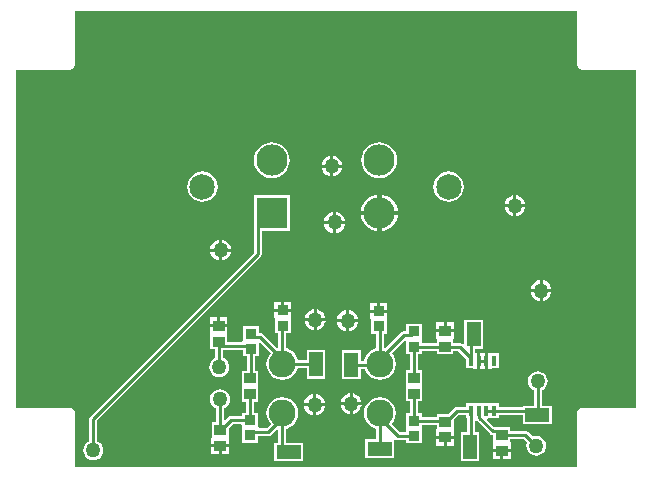
<source format=gbr>
%TF.GenerationSoftware,Altium Limited,Altium Designer,19.0.10 (269)*%
G04 Layer_Physical_Order=2*
G04 Layer_Color=16711680*
%FSLAX26Y26*%
%MOIN*%
%TF.FileFunction,Copper,L2,Bot,Signal*%
%TF.Part,Single*%
G01*
G75*
%TA.AperFunction,SMDPad,CuDef*%
%ADD10R,0.080709X0.045276*%
%ADD12R,0.016535X0.035000*%
%TA.AperFunction,Conductor*%
%ADD13C,0.010000*%
%TA.AperFunction,ComponentPad*%
%ADD14C,0.090000*%
%ADD15C,0.103937*%
%ADD16C,0.085039*%
%ADD17R,0.103937X0.103937*%
%TA.AperFunction,ViaPad*%
%ADD18C,0.050000*%
%TA.AperFunction,SMDPad,CuDef*%
%ADD19R,0.045276X0.080709*%
%ADD20R,0.037402X0.033465*%
%ADD21R,0.039370X0.035433*%
G36*
X1887857Y1353150D02*
X1889021Y1347298D01*
X1892336Y1342336D01*
X1897298Y1339021D01*
X1903150Y1337857D01*
X2084707D01*
Y212144D01*
X1903150D01*
X1897297Y210980D01*
X1892336Y207664D01*
X1889020Y202703D01*
X1887856Y196850D01*
Y15293D01*
X212144D01*
Y196850D01*
X210980Y202703D01*
X207664Y207664D01*
X202703Y210980D01*
X196850Y212144D01*
X15293D01*
Y1337856D01*
X196850D01*
X202703Y1339020D01*
X207664Y1342336D01*
X210980Y1347297D01*
X212144Y1353150D01*
Y1534707D01*
X1887857D01*
Y1353150D01*
D02*
G37*
%LPC*%
G36*
X1075000Y1051644D02*
Y1022000D01*
X1104644D01*
X1104099Y1026137D01*
X1100572Y1034651D01*
X1094962Y1041962D01*
X1087651Y1047572D01*
X1079137Y1051099D01*
X1075000Y1051644D01*
D02*
G37*
G36*
X1065000D02*
X1060863Y1051099D01*
X1052349Y1047572D01*
X1045038Y1041962D01*
X1039428Y1034651D01*
X1035901Y1026137D01*
X1035356Y1022000D01*
X1065000D01*
Y1051644D01*
D02*
G37*
G36*
X1104644Y1012000D02*
X1075000D01*
Y982356D01*
X1079137Y982901D01*
X1087651Y986428D01*
X1094962Y992038D01*
X1100572Y999349D01*
X1104099Y1007863D01*
X1104644Y1012000D01*
D02*
G37*
G36*
X1065000D02*
X1035356D01*
X1035901Y1007863D01*
X1039428Y999349D01*
X1045038Y992038D01*
X1052349Y986428D01*
X1060863Y982901D01*
X1065000Y982356D01*
Y1012000D01*
D02*
G37*
G36*
X1228000Y1096259D02*
X1216244Y1095101D01*
X1204940Y1091672D01*
X1194522Y1086103D01*
X1185391Y1078609D01*
X1177897Y1069478D01*
X1172328Y1059060D01*
X1168899Y1047756D01*
X1167741Y1036000D01*
X1168899Y1024244D01*
X1172328Y1012940D01*
X1177897Y1002522D01*
X1185391Y993391D01*
X1194522Y985897D01*
X1204940Y980328D01*
X1216244Y976899D01*
X1228000Y975741D01*
X1239756Y976899D01*
X1251060Y980328D01*
X1261478Y985897D01*
X1270609Y993391D01*
X1278103Y1002522D01*
X1283672Y1012940D01*
X1287101Y1024244D01*
X1288259Y1036000D01*
X1287101Y1047756D01*
X1283672Y1059060D01*
X1278103Y1069478D01*
X1270609Y1078609D01*
X1261478Y1086103D01*
X1251060Y1091672D01*
X1239756Y1095101D01*
X1228000Y1096259D01*
D02*
G37*
G36*
X868945D02*
X857189Y1095101D01*
X845885Y1091672D01*
X835467Y1086103D01*
X826336Y1078609D01*
X818842Y1069478D01*
X813273Y1059060D01*
X809844Y1047756D01*
X808686Y1036000D01*
X809844Y1024244D01*
X813273Y1012940D01*
X818842Y1002522D01*
X826336Y993391D01*
X835467Y985897D01*
X845885Y980328D01*
X857189Y976899D01*
X868945Y975741D01*
X880701Y976899D01*
X892005Y980328D01*
X902423Y985897D01*
X911554Y993391D01*
X919048Y1002522D01*
X924617Y1012940D01*
X928046Y1024244D01*
X929204Y1036000D01*
X928046Y1047756D01*
X924617Y1059060D01*
X919048Y1069478D01*
X911554Y1078609D01*
X902423Y1086103D01*
X892005Y1091672D01*
X880701Y1095101D01*
X868945Y1096259D01*
D02*
G37*
G36*
X1458551Y999278D02*
X1445363Y997542D01*
X1433073Y992452D01*
X1422520Y984354D01*
X1414422Y973801D01*
X1409332Y961511D01*
X1407596Y948323D01*
X1409332Y935135D01*
X1414422Y922845D01*
X1422520Y912292D01*
X1433073Y904194D01*
X1445363Y899104D01*
X1458551Y897367D01*
X1471739Y899104D01*
X1484029Y904194D01*
X1494582Y912292D01*
X1502680Y922845D01*
X1507771Y935135D01*
X1509507Y948323D01*
X1507771Y961511D01*
X1502680Y973801D01*
X1494582Y984354D01*
X1484029Y992452D01*
X1471739Y997542D01*
X1458551Y999278D01*
D02*
G37*
G36*
X638472D02*
X625284Y997542D01*
X612995Y992452D01*
X602441Y984354D01*
X594344Y973801D01*
X589253Y961511D01*
X587517Y948323D01*
X589253Y935135D01*
X594344Y922845D01*
X602441Y912292D01*
X612995Y904194D01*
X625284Y899104D01*
X638472Y897367D01*
X651661Y899104D01*
X663950Y904194D01*
X674504Y912292D01*
X682601Y922845D01*
X687692Y935135D01*
X689428Y948323D01*
X687692Y961511D01*
X682601Y973801D01*
X674504Y984354D01*
X663950Y992452D01*
X651661Y997542D01*
X638472Y999278D01*
D02*
G37*
G36*
X1685000Y919644D02*
Y890000D01*
X1714644D01*
X1714099Y894137D01*
X1710572Y902651D01*
X1704962Y909962D01*
X1697651Y915572D01*
X1689137Y919099D01*
X1685000Y919644D01*
D02*
G37*
G36*
X1675000D02*
X1670863Y919099D01*
X1662349Y915572D01*
X1655038Y909962D01*
X1649428Y902651D01*
X1645901Y894137D01*
X1645356Y890000D01*
X1675000D01*
Y919644D01*
D02*
G37*
G36*
X1235500Y922333D02*
Y868303D01*
X1289530D01*
X1289072Y872951D01*
X1285528Y884632D01*
X1279774Y895398D01*
X1272030Y904833D01*
X1262594Y912577D01*
X1251829Y918332D01*
X1240148Y921875D01*
X1235500Y922333D01*
D02*
G37*
G36*
X1220500D02*
X1215852Y921875D01*
X1204171Y918332D01*
X1193406Y912577D01*
X1183970Y904833D01*
X1176226Y895398D01*
X1170472Y884632D01*
X1166928Y872951D01*
X1166470Y868303D01*
X1220500D01*
Y922333D01*
D02*
G37*
G36*
X1714644Y880000D02*
X1685000D01*
Y850356D01*
X1689137Y850901D01*
X1697651Y854428D01*
X1704962Y860038D01*
X1710572Y867349D01*
X1714099Y875863D01*
X1714644Y880000D01*
D02*
G37*
G36*
X1675000D02*
X1645356D01*
X1645901Y875863D01*
X1649428Y867349D01*
X1655038Y860038D01*
X1662349Y854428D01*
X1670863Y850901D01*
X1675000Y850356D01*
Y880000D01*
D02*
G37*
G36*
X1084000Y863644D02*
Y834000D01*
X1113644D01*
X1113099Y838137D01*
X1109572Y846651D01*
X1103962Y853962D01*
X1096651Y859572D01*
X1088137Y863099D01*
X1084000Y863644D01*
D02*
G37*
G36*
X1074000D02*
X1069863Y863099D01*
X1061349Y859572D01*
X1054038Y853962D01*
X1048428Y846651D01*
X1044901Y838137D01*
X1044356Y834000D01*
X1074000D01*
Y863644D01*
D02*
G37*
G36*
X1289530Y853303D02*
X1235500D01*
Y799274D01*
X1240148Y799731D01*
X1251829Y803275D01*
X1262594Y809029D01*
X1272030Y816773D01*
X1279774Y826209D01*
X1285528Y836974D01*
X1289072Y848655D01*
X1289530Y853303D01*
D02*
G37*
G36*
X1220500D02*
X1166470D01*
X1166928Y848655D01*
X1170472Y836974D01*
X1176226Y826209D01*
X1183970Y816773D01*
X1193406Y809029D01*
X1204171Y803275D01*
X1215852Y799731D01*
X1220500Y799274D01*
Y853303D01*
D02*
G37*
G36*
X1113644Y824000D02*
X1084000D01*
Y794356D01*
X1088137Y794901D01*
X1096651Y798428D01*
X1103962Y804038D01*
X1109572Y811349D01*
X1113099Y819863D01*
X1113644Y824000D01*
D02*
G37*
G36*
X1074000D02*
X1044356D01*
X1044901Y819863D01*
X1048428Y811349D01*
X1054038Y804038D01*
X1061349Y798428D01*
X1069863Y794901D01*
X1074000Y794356D01*
Y824000D01*
D02*
G37*
G36*
X704000Y771644D02*
Y742000D01*
X733644D01*
X733099Y746137D01*
X729572Y754651D01*
X723962Y761962D01*
X716651Y767572D01*
X708137Y771099D01*
X704000Y771644D01*
D02*
G37*
G36*
X694000D02*
X689863Y771099D01*
X681349Y767572D01*
X674038Y761962D01*
X668428Y754651D01*
X664901Y746137D01*
X664356Y742000D01*
X694000D01*
Y771644D01*
D02*
G37*
G36*
X733644Y732000D02*
X704000D01*
Y702356D01*
X708137Y702901D01*
X716651Y706428D01*
X723962Y712038D01*
X729572Y719349D01*
X733099Y727863D01*
X733644Y732000D01*
D02*
G37*
G36*
X694000D02*
X664356D01*
X664901Y727863D01*
X668428Y719349D01*
X674038Y712038D01*
X681349Y706428D01*
X689863Y702901D01*
X694000Y702356D01*
Y732000D01*
D02*
G37*
G36*
X1772000Y636644D02*
Y607000D01*
X1801644D01*
X1801099Y611137D01*
X1797572Y619651D01*
X1791962Y626962D01*
X1784651Y632572D01*
X1776137Y636099D01*
X1772000Y636644D01*
D02*
G37*
G36*
X1762000D02*
X1757863Y636099D01*
X1749349Y632572D01*
X1742038Y626962D01*
X1736428Y619651D01*
X1732901Y611137D01*
X1732356Y607000D01*
X1762000D01*
Y636644D01*
D02*
G37*
G36*
X1801644Y597000D02*
X1772000D01*
Y567356D01*
X1776137Y567901D01*
X1784651Y571428D01*
X1791962Y577038D01*
X1797572Y584349D01*
X1801099Y592863D01*
X1801644Y597000D01*
D02*
G37*
G36*
X1762000D02*
X1732356D01*
X1732901Y592863D01*
X1736428Y584349D01*
X1742038Y577038D01*
X1749349Y571428D01*
X1757863Y567901D01*
X1762000Y567356D01*
Y597000D01*
D02*
G37*
G36*
X934701Y563323D02*
X911000D01*
Y541591D01*
X934701D01*
Y563323D01*
D02*
G37*
G36*
X901000D02*
X877299D01*
Y541591D01*
X901000D01*
Y563323D01*
D02*
G37*
G36*
X1254701Y560323D02*
X1231000D01*
Y538591D01*
X1254701D01*
Y560323D01*
D02*
G37*
G36*
X1221000D02*
X1197299D01*
Y538591D01*
X1221000D01*
Y560323D01*
D02*
G37*
G36*
X1019000Y539644D02*
Y510000D01*
X1048644D01*
X1048099Y514137D01*
X1044572Y522651D01*
X1038962Y529962D01*
X1031651Y535572D01*
X1023137Y539099D01*
X1019000Y539644D01*
D02*
G37*
G36*
X1009000D02*
X1004863Y539099D01*
X996349Y535572D01*
X989038Y529962D01*
X983428Y522651D01*
X979901Y514137D01*
X979356Y510000D01*
X1009000D01*
Y539644D01*
D02*
G37*
G36*
X1127000Y536644D02*
Y507000D01*
X1156644D01*
X1156099Y511137D01*
X1152572Y519651D01*
X1146962Y526962D01*
X1139651Y532572D01*
X1131137Y536099D01*
X1127000Y536644D01*
D02*
G37*
G36*
X1117000D02*
X1112863Y536099D01*
X1104349Y532572D01*
X1097038Y526962D01*
X1091428Y519651D01*
X1087901Y511137D01*
X1087356Y507000D01*
X1117000D01*
Y536644D01*
D02*
G37*
G36*
X721685Y512291D02*
X697000D01*
Y489575D01*
X721685D01*
Y512291D01*
D02*
G37*
G36*
X687000D02*
X662315D01*
Y489575D01*
X687000D01*
Y512291D01*
D02*
G37*
G36*
X1476685Y496291D02*
X1452000D01*
Y473575D01*
X1476685D01*
Y496291D01*
D02*
G37*
G36*
X1442000D02*
X1417315D01*
Y473575D01*
X1442000D01*
Y496291D01*
D02*
G37*
G36*
X1048644Y500000D02*
X1019000D01*
Y470356D01*
X1023137Y470901D01*
X1031651Y474428D01*
X1038962Y480038D01*
X1044572Y487349D01*
X1048099Y495863D01*
X1048644Y500000D01*
D02*
G37*
G36*
X1009000D02*
X979356D01*
X979901Y495863D01*
X983428Y487349D01*
X989038Y480038D01*
X996349Y474428D01*
X1004863Y470901D01*
X1009000Y470356D01*
Y500000D01*
D02*
G37*
G36*
X1156644Y497000D02*
X1127000D01*
Y467356D01*
X1131137Y467901D01*
X1139651Y471428D01*
X1146962Y477038D01*
X1152572Y484349D01*
X1156099Y492863D01*
X1156644Y497000D01*
D02*
G37*
G36*
X1117000D02*
X1087356D01*
X1087901Y492863D01*
X1091428Y484349D01*
X1097038Y477038D01*
X1104349Y471428D01*
X1112863Y467901D01*
X1117000Y467356D01*
Y497000D01*
D02*
G37*
G36*
X934701Y531591D02*
X906000D01*
X877299D01*
Y509858D01*
X879299D01*
Y460677D01*
X891745D01*
Y412071D01*
X886745Y410000D01*
X840514Y456231D01*
X836214Y459104D01*
X831142Y460113D01*
X825701D01*
Y483323D01*
X772299D01*
Y437142D01*
X772299Y433858D01*
X768084Y431963D01*
X719685D01*
Y456858D01*
X721685D01*
Y479575D01*
X692000D01*
X662315D01*
Y456858D01*
X664315D01*
Y405709D01*
X681745D01*
Y377229D01*
X678358Y375825D01*
X671464Y370536D01*
X666174Y363642D01*
X662849Y355615D01*
X661715Y347000D01*
X662849Y338385D01*
X666174Y330358D01*
X671464Y323464D01*
X678358Y318175D01*
X686385Y314849D01*
X695000Y313715D01*
X703615Y314849D01*
X711642Y318175D01*
X718536Y323464D01*
X723826Y330358D01*
X727151Y338385D01*
X728285Y347000D01*
X727151Y355615D01*
X723826Y363642D01*
X718536Y370536D01*
X711642Y375825D01*
X708255Y377229D01*
Y405454D01*
X772299D01*
Y382677D01*
X785745D01*
Y335291D01*
X769315D01*
Y287142D01*
X769315Y283858D01*
X769315Y278858D01*
Y230709D01*
X783745D01*
Y195323D01*
X771299D01*
Y183845D01*
X733409D01*
X728337Y182836D01*
X724037Y179963D01*
X714874Y170800D01*
X710255Y172714D01*
Y209771D01*
X713642Y211174D01*
X720536Y216464D01*
X725826Y223358D01*
X729151Y231385D01*
X730285Y240000D01*
X729151Y248615D01*
X725826Y256642D01*
X720536Y263536D01*
X713642Y268825D01*
X705615Y272151D01*
X697000Y273285D01*
X688385Y272151D01*
X680358Y268825D01*
X673464Y263536D01*
X668174Y256642D01*
X664849Y248615D01*
X663715Y240000D01*
X664849Y231385D01*
X668174Y223358D01*
X673464Y216464D01*
X680358Y211174D01*
X683745Y209771D01*
Y162866D01*
X670315D01*
Y111716D01*
X668315D01*
Y89000D01*
X698000D01*
X727685D01*
Y111716D01*
X725685D01*
Y144121D01*
X738900Y157336D01*
X767764D01*
X771299Y153800D01*
X771299Y145858D01*
X771299Y140858D01*
Y94677D01*
X824701D01*
Y117887D01*
X858142D01*
X863214Y118896D01*
X867514Y121769D01*
X886745Y141000D01*
X891745Y138929D01*
Y93638D01*
X877646D01*
Y32362D01*
X974354D01*
Y93638D01*
X918255D01*
Y141288D01*
X918836Y141364D01*
X931729Y146705D01*
X942800Y155200D01*
X951295Y166271D01*
X956636Y179164D01*
X958457Y193000D01*
X956636Y206836D01*
X951295Y219729D01*
X942800Y230800D01*
X931729Y239295D01*
X918836Y244636D01*
X905000Y246457D01*
X891164Y244636D01*
X878271Y239295D01*
X867200Y230800D01*
X858705Y219729D01*
X853364Y206836D01*
X851543Y193000D01*
X853364Y179164D01*
X858705Y166271D01*
X865574Y157319D01*
X852652Y144397D01*
X829095D01*
X824701Y145858D01*
X824701Y149397D01*
Y195323D01*
X810255D01*
Y230709D01*
X824685D01*
Y278858D01*
X824685Y282142D01*
X824685Y287142D01*
Y335291D01*
X812255D01*
Y382677D01*
X825701D01*
Y426483D01*
X830701Y428554D01*
X865574Y393681D01*
X858705Y384729D01*
X853364Y371836D01*
X851543Y358000D01*
X853364Y344164D01*
X858705Y331271D01*
X867200Y320200D01*
X878271Y311705D01*
X891164Y306364D01*
X905000Y304543D01*
X918836Y306364D01*
X931729Y311705D01*
X942800Y320200D01*
X951295Y331271D01*
X956636Y344164D01*
X956712Y344745D01*
X985362D01*
Y307646D01*
X1046638D01*
Y404354D01*
X985362D01*
Y371255D01*
X956712D01*
X956636Y371836D01*
X951295Y384729D01*
X942800Y395800D01*
X931729Y404295D01*
X918836Y409636D01*
X918255Y409712D01*
Y460677D01*
X932701D01*
Y509858D01*
X934701D01*
Y531591D01*
D02*
G37*
G36*
X1603063Y395394D02*
X1589795D01*
Y367894D01*
Y340394D01*
X1603063D01*
Y342394D01*
X1626654D01*
Y393394D01*
X1603063D01*
Y395394D01*
D02*
G37*
G36*
X1579795D02*
X1564205D01*
Y367894D01*
Y340394D01*
X1579795D01*
Y367894D01*
Y395394D01*
D02*
G37*
G36*
X1226000Y533591D02*
D01*
Y528591D01*
X1197299D01*
Y506858D01*
X1199299D01*
Y457677D01*
X1216745D01*
Y409712D01*
X1216164Y409636D01*
X1203271Y404295D01*
X1192200Y395800D01*
X1183705Y384729D01*
X1178364Y371836D01*
X1177805Y367585D01*
X1165638D01*
Y402685D01*
X1104362D01*
Y305976D01*
X1165638D01*
Y341076D01*
X1179643D01*
X1183705Y331271D01*
X1192200Y320200D01*
X1203271Y311705D01*
X1216164Y306364D01*
X1230000Y304543D01*
X1243836Y306364D01*
X1256729Y311705D01*
X1267800Y320200D01*
X1276295Y331271D01*
X1281636Y344164D01*
X1283457Y358000D01*
X1281636Y371836D01*
X1276295Y384729D01*
X1269426Y393681D01*
X1312299Y436554D01*
X1317299Y434483D01*
Y390677D01*
X1330745D01*
Y337291D01*
X1316315D01*
Y289142D01*
X1316315Y285858D01*
X1316315Y280858D01*
Y232709D01*
X1330745D01*
Y193323D01*
X1317299D01*
Y147142D01*
X1317299Y143858D01*
X1317299Y138858D01*
Y130664D01*
X1296081D01*
X1269426Y157319D01*
X1276295Y166271D01*
X1281636Y179164D01*
X1283457Y193000D01*
X1281636Y206836D01*
X1276295Y219729D01*
X1267800Y230800D01*
X1256729Y239295D01*
X1243836Y244636D01*
X1230000Y246457D01*
X1216164Y244636D01*
X1203271Y239295D01*
X1192200Y230800D01*
X1183705Y219729D01*
X1178364Y206836D01*
X1176543Y193000D01*
X1178364Y179164D01*
X1183705Y166271D01*
X1192200Y155200D01*
X1203271Y146705D01*
X1216164Y141364D01*
X1216745Y141288D01*
Y105638D01*
X1180646D01*
Y44362D01*
X1277354D01*
Y100708D01*
X1277354Y102897D01*
X1277641Y105068D01*
X1280180Y107175D01*
X1280424Y107319D01*
X1282720Y107034D01*
X1285518Y105164D01*
X1290591Y104155D01*
X1317299D01*
Y92677D01*
X1370701D01*
Y138858D01*
X1370701Y142142D01*
X1370701Y147142D01*
Y155336D01*
X1420315D01*
Y140142D01*
X1418315D01*
Y117425D01*
X1448000D01*
X1477685D01*
Y140142D01*
X1475685D01*
Y172546D01*
X1491990Y188852D01*
X1517347D01*
Y176606D01*
X1520360D01*
Y130354D01*
X1500362D01*
Y33646D01*
X1561638D01*
Y130354D01*
X1546869D01*
Y167932D01*
X1551869Y169449D01*
X1552155Y169021D01*
X1596257Y124919D01*
X1600557Y122046D01*
X1605629Y121037D01*
X1608315D01*
Y96142D01*
X1606315D01*
Y73425D01*
X1665685D01*
Y96142D01*
X1663685D01*
Y108320D01*
X1708935D01*
X1720253Y97002D01*
X1718849Y93615D01*
X1717715Y85000D01*
X1718849Y76385D01*
X1722175Y68358D01*
X1727464Y61464D01*
X1734358Y56175D01*
X1742385Y52849D01*
X1751000Y51715D01*
X1759615Y52849D01*
X1767642Y56175D01*
X1774536Y61464D01*
X1779825Y68358D01*
X1783151Y76385D01*
X1784285Y85000D01*
X1783151Y93615D01*
X1779825Y101642D01*
X1774536Y108536D01*
X1767642Y113826D01*
X1759615Y117151D01*
X1751000Y118285D01*
X1742385Y117151D01*
X1738998Y115747D01*
X1723798Y130947D01*
X1719498Y133821D01*
X1714425Y134829D01*
X1663685D01*
Y147291D01*
X1624564D01*
X1623283Y147546D01*
X1611120D01*
X1586679Y171987D01*
X1588592Y176606D01*
X1626654D01*
Y188852D01*
X1706646D01*
Y157362D01*
X1803354D01*
Y218638D01*
X1769255D01*
Y269771D01*
X1772642Y271175D01*
X1779536Y276464D01*
X1784825Y283358D01*
X1788151Y291385D01*
X1789285Y300000D01*
X1788151Y308615D01*
X1784825Y316642D01*
X1779536Y323536D01*
X1772642Y328825D01*
X1764615Y332151D01*
X1756000Y333285D01*
X1747385Y332151D01*
X1739358Y328825D01*
X1732464Y323536D01*
X1727175Y316642D01*
X1723849Y308615D01*
X1722715Y300000D01*
X1723849Y291385D01*
X1727175Y283358D01*
X1732464Y276464D01*
X1739358Y271175D01*
X1742745Y269771D01*
Y218638D01*
X1706646D01*
Y215361D01*
X1626654D01*
Y227606D01*
X1517347D01*
Y215361D01*
X1486500D01*
X1481428Y214352D01*
X1477128Y211479D01*
X1456940Y191291D01*
X1420315D01*
Y181845D01*
X1370701D01*
Y193323D01*
X1357255D01*
Y232709D01*
X1371685D01*
Y280858D01*
X1371685Y284142D01*
X1371685Y289142D01*
Y337291D01*
X1357255D01*
Y390677D01*
X1370701D01*
Y402155D01*
X1419315D01*
Y389709D01*
X1474685D01*
Y402171D01*
X1489825D01*
X1517347Y374649D01*
Y342394D01*
X1540937D01*
Y340394D01*
X1554205D01*
Y367894D01*
Y395394D01*
X1546869D01*
Y407646D01*
X1572638D01*
Y504354D01*
X1511362D01*
Y424656D01*
X1506743Y422742D01*
X1504688Y424798D01*
X1500387Y427671D01*
X1495315Y428680D01*
X1474685D01*
Y440858D01*
X1476685D01*
Y463575D01*
X1447000D01*
Y468575D01*
D01*
Y463575D01*
X1417315D01*
Y440858D01*
X1419315D01*
Y428664D01*
X1374236D01*
X1370701Y432200D01*
X1370701Y440142D01*
X1370701Y445142D01*
Y491323D01*
X1317299D01*
Y468113D01*
X1311858D01*
X1306786Y467104D01*
X1302486Y464231D01*
X1248255Y410000D01*
X1243255Y412071D01*
Y457677D01*
X1252701D01*
Y506858D01*
X1254701D01*
Y528591D01*
X1226000D01*
Y533591D01*
D02*
G37*
G36*
X1139000Y259644D02*
Y230000D01*
X1168644D01*
X1168099Y234137D01*
X1164572Y242651D01*
X1158962Y249962D01*
X1151651Y255572D01*
X1143137Y259099D01*
X1139000Y259644D01*
D02*
G37*
G36*
X1129000D02*
X1124863Y259099D01*
X1116349Y255572D01*
X1109038Y249962D01*
X1103428Y242651D01*
X1099901Y234137D01*
X1099356Y230000D01*
X1129000D01*
Y259644D01*
D02*
G37*
G36*
X1017000Y256644D02*
Y227000D01*
X1046644D01*
X1046099Y231137D01*
X1042572Y239651D01*
X1036962Y246962D01*
X1029651Y252572D01*
X1021137Y256099D01*
X1017000Y256644D01*
D02*
G37*
G36*
X1007000D02*
X1002863Y256099D01*
X994349Y252572D01*
X987038Y246962D01*
X981428Y239651D01*
X977901Y231137D01*
X977356Y227000D01*
X1007000D01*
Y256644D01*
D02*
G37*
G36*
X1168644Y220000D02*
X1139000D01*
Y190356D01*
X1143137Y190901D01*
X1151651Y194428D01*
X1158962Y200038D01*
X1164572Y207349D01*
X1168099Y215863D01*
X1168644Y220000D01*
D02*
G37*
G36*
X1129000D02*
X1099356D01*
X1099901Y215863D01*
X1103428Y207349D01*
X1109038Y200038D01*
X1116349Y194428D01*
X1124863Y190901D01*
X1129000Y190356D01*
Y220000D01*
D02*
G37*
G36*
X1046644Y217000D02*
X1017000D01*
Y187356D01*
X1021137Y187901D01*
X1029651Y191428D01*
X1036962Y197038D01*
X1042572Y204349D01*
X1046099Y212863D01*
X1046644Y217000D01*
D02*
G37*
G36*
X1007000D02*
X977356D01*
X977901Y212863D01*
X981428Y204349D01*
X987038Y197038D01*
X994349Y191428D01*
X1002863Y187901D01*
X1007000Y187356D01*
Y217000D01*
D02*
G37*
G36*
X1477685Y107425D02*
X1453000D01*
Y84709D01*
X1477685D01*
Y107425D01*
D02*
G37*
G36*
X1443000D02*
X1418315D01*
Y84709D01*
X1443000D01*
Y107425D01*
D02*
G37*
G36*
X727685Y79000D02*
X703000D01*
Y56283D01*
X727685D01*
Y79000D01*
D02*
G37*
G36*
X693000D02*
X668315D01*
Y56283D01*
X693000D01*
Y79000D01*
D02*
G37*
G36*
X1665685Y63425D02*
X1641000D01*
Y40709D01*
X1665685D01*
Y63425D01*
D02*
G37*
G36*
X1631000D02*
X1606315D01*
Y40709D01*
X1631000D01*
Y63425D01*
D02*
G37*
G36*
X928913Y920772D02*
X808976D01*
Y815115D01*
X808722Y813835D01*
Y727808D01*
X265627Y184714D01*
X262754Y180413D01*
X261745Y175341D01*
Y99229D01*
X258358Y97826D01*
X251464Y92536D01*
X246174Y85642D01*
X242849Y77615D01*
X241715Y69000D01*
X242849Y60385D01*
X246174Y52358D01*
X251464Y45464D01*
X258358Y40175D01*
X266385Y36849D01*
X275000Y35715D01*
X283615Y36849D01*
X291642Y40175D01*
X298536Y45464D01*
X303825Y52358D01*
X307151Y60385D01*
X308285Y69000D01*
X307151Y77615D01*
X303825Y85642D01*
X298536Y92536D01*
X291642Y97826D01*
X288255Y99229D01*
Y169851D01*
X831349Y712945D01*
X834222Y717245D01*
X835231Y722317D01*
Y800835D01*
X928913D01*
Y920772D01*
D02*
G37*
%LPD*%
D10*
X1229000Y75000D02*
D03*
X1755000Y188000D02*
D03*
X926000Y63000D02*
D03*
D12*
X1610386Y202106D02*
D03*
X1584795D02*
D03*
X1559205D02*
D03*
X1533614D02*
D03*
X1610386Y367894D02*
D03*
X1584795D02*
D03*
X1559205D02*
D03*
X1533614D02*
D03*
D13*
X1584795Y202106D02*
X1610386D01*
X695000Y347000D02*
Y428425D01*
X692000Y431425D02*
X695000Y428425D01*
X1014000Y358000D02*
X1016000Y356000D01*
X905000Y358000D02*
X1014000D01*
X275000Y175341D02*
X821976Y722317D01*
X275000Y69000D02*
Y175341D01*
X821976Y722317D02*
Y813835D01*
X868945Y860803D01*
X697000Y138150D02*
X700968D01*
X733409Y170591D01*
X798000D01*
X697000Y138150D02*
Y240000D01*
X692000Y431425D02*
X704717Y418709D01*
X787701D01*
X799000Y407409D01*
X905000Y67000D02*
Y178000D01*
Y193000D01*
X858142Y131142D02*
X905000Y178000D01*
X809732Y131142D02*
X858142D01*
X798000Y119409D02*
X809732Y131142D01*
X797000Y171591D02*
X798000Y170591D01*
X797000Y171591D02*
Y256425D01*
Y309575D02*
X799000Y311575D01*
Y407409D01*
X905000Y373000D02*
Y484409D01*
Y358000D02*
Y373000D01*
Y484409D02*
X906000Y485409D01*
X799000Y458591D02*
X810732Y446858D01*
X831142D01*
X905000Y373000D01*
X904000Y66000D02*
X905000Y67000D01*
X1226331Y354331D02*
X1230000Y358000D01*
X1135000Y354331D02*
X1226331D01*
X1714425Y121575D02*
X1751000Y85000D01*
X1636000Y121575D02*
X1714425D01*
X1756000Y189000D02*
Y300000D01*
X1755000Y188000D02*
X1756000Y189000D01*
X1559205Y367894D02*
X1584795D01*
X1230000Y178000D02*
Y193000D01*
Y358000D02*
Y373000D01*
X1740894Y202106D02*
X1755000Y188000D01*
X1610386Y202106D02*
X1740894D01*
X1533614Y84614D02*
Y202106D01*
X1531000Y82000D02*
X1533614Y84614D01*
X1623283Y134291D02*
X1636000Y121575D01*
X1605629Y134291D02*
X1623283D01*
X1561528Y178393D02*
X1605629Y134291D01*
X1561528Y178393D02*
Y199784D01*
X1559205Y202106D02*
X1561528Y199784D01*
X1230000Y76000D02*
Y178000D01*
X1229000Y75000D02*
X1230000Y76000D01*
Y178000D02*
X1290591Y117409D01*
X1344000D01*
X1486500Y202106D02*
X1533614D01*
X1449968Y165575D02*
X1486500Y202106D01*
X1448000Y165575D02*
X1449968D01*
X1444984Y168591D02*
X1448000Y165575D01*
X1344000Y168591D02*
X1444984D01*
X1344000D02*
Y258425D01*
Y311575D02*
Y415409D01*
X1533614Y377126D02*
Y447614D01*
Y367894D02*
Y377126D01*
Y447614D02*
X1542000Y456000D01*
X1447000Y415425D02*
X1495315D01*
X1533614Y377126D01*
X1446984Y415409D02*
X1447000Y415425D01*
X1344000Y415409D02*
X1446984D01*
X1230000Y373000D02*
Y478409D01*
X1332268Y454858D02*
X1344000Y466591D01*
X1311858Y454858D02*
X1332268D01*
X1230000Y373000D02*
X1311858Y454858D01*
X1226000Y482409D02*
X1230000Y478409D01*
D14*
X905000Y358000D02*
D03*
Y193000D02*
D03*
X1230000Y358000D02*
D03*
Y193000D02*
D03*
D15*
X868945Y1036000D02*
D03*
X1228000D02*
D03*
Y860803D02*
D03*
D16*
X638472Y948323D02*
D03*
X1458551D02*
D03*
D17*
X868945Y860803D02*
D03*
D18*
X699000Y737000D02*
D03*
X1680000Y885000D02*
D03*
X1070000Y1017000D02*
D03*
X1079000Y829000D02*
D03*
X1122000Y502000D02*
D03*
X1012000Y222000D02*
D03*
X1134000Y225000D02*
D03*
X1014000Y505000D02*
D03*
X1767000Y602000D02*
D03*
X695000Y347000D02*
D03*
X275000Y69000D02*
D03*
X697000Y240000D02*
D03*
X1756000Y300000D02*
D03*
X1751000Y85000D02*
D03*
D19*
X1016000Y356000D02*
D03*
X1135000Y354331D02*
D03*
X1531000Y82000D02*
D03*
X1542000Y456000D02*
D03*
D20*
X1344000Y117409D02*
D03*
Y168591D02*
D03*
Y415409D02*
D03*
Y466591D02*
D03*
X1226000Y533591D02*
D03*
Y482409D02*
D03*
X906000Y536591D02*
D03*
Y485409D02*
D03*
X798000Y170591D02*
D03*
Y119409D02*
D03*
X799000Y458591D02*
D03*
Y407409D02*
D03*
D21*
X1447000Y415425D02*
D03*
Y468575D02*
D03*
X1344000Y258425D02*
D03*
Y311575D02*
D03*
X1448000Y112425D02*
D03*
Y165575D02*
D03*
X1636000Y68425D02*
D03*
Y121575D02*
D03*
X698000Y137150D02*
D03*
Y84000D02*
D03*
X692000Y484575D02*
D03*
Y431425D02*
D03*
X797000Y309575D02*
D03*
Y256425D02*
D03*
%TF.MD5,e9db2b75201fa18b063297fdc834bf16*%
M02*

</source>
